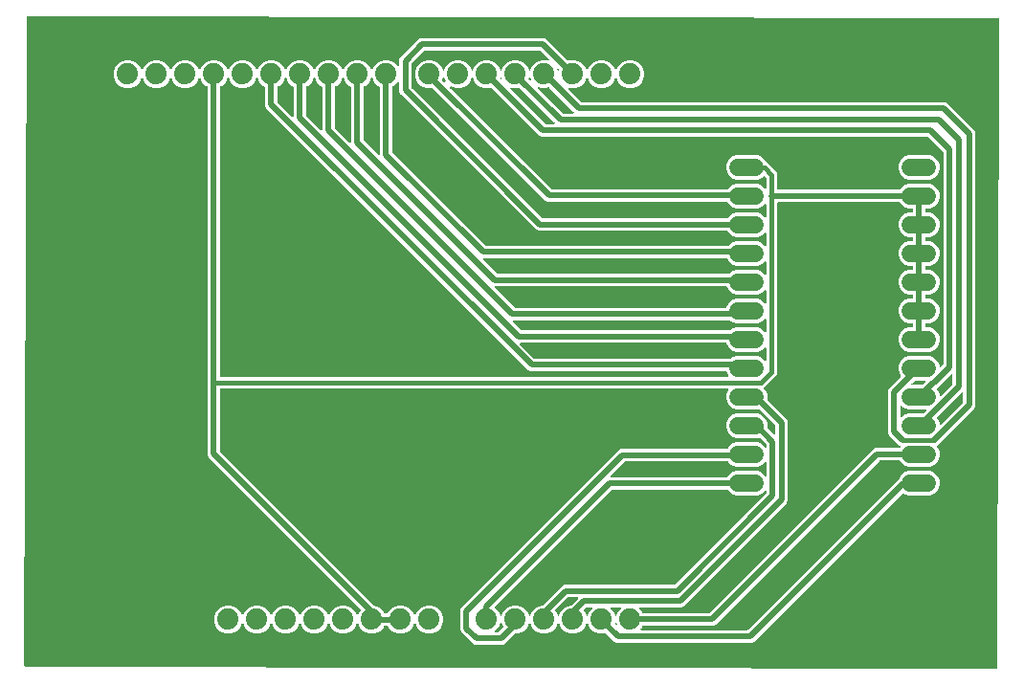
<source format=gbr>
G04 EAGLE Gerber RS-274X export*
G75*
%MOMM*%
%FSLAX34Y34*%
%LPD*%
%INBottom Copper*%
%IPPOS*%
%AMOC8*
5,1,8,0,0,1.08239X$1,22.5*%
G01*
G04 Define Apertures*
%ADD10C,1.524000*%
%ADD11C,1.879600*%
%ADD12C,0.500000*%
%ADD13C,0.508000*%
%ADD14C,0.400000*%
G36*
X921210Y96144D02*
X920913Y96085D01*
X61757Y98035D01*
X61482Y98087D01*
X61227Y98252D01*
X61056Y98502D01*
X60997Y98800D01*
X62923Y673056D01*
X62975Y673330D01*
X63139Y673585D01*
X63390Y673756D01*
X63687Y673815D01*
X922843Y671865D01*
X923118Y671813D01*
X923373Y671648D01*
X923544Y671398D01*
X923603Y671100D01*
X921677Y96844D01*
X921625Y96570D01*
X921461Y96315D01*
X921210Y96144D01*
G37*
%LPC*%
G36*
X459906Y117500D02*
X484094Y117500D01*
X486116Y118337D01*
X494857Y127079D01*
X495099Y127242D01*
X495396Y127302D01*
X497766Y127302D01*
X502323Y129190D01*
X505811Y132677D01*
X507296Y136263D01*
X507440Y136489D01*
X507686Y136666D01*
X507982Y136734D01*
X508280Y136680D01*
X508535Y136515D01*
X508704Y136263D01*
X510190Y132677D01*
X513677Y129190D01*
X518234Y127302D01*
X523166Y127302D01*
X527723Y129190D01*
X531211Y132677D01*
X532696Y136263D01*
X532840Y136489D01*
X533086Y136666D01*
X533382Y136734D01*
X533680Y136680D01*
X533935Y136515D01*
X534104Y136263D01*
X535590Y132677D01*
X539077Y129190D01*
X543634Y127302D01*
X548566Y127302D01*
X553123Y129190D01*
X556611Y132677D01*
X558096Y136263D01*
X558240Y136489D01*
X558486Y136666D01*
X558782Y136734D01*
X559080Y136680D01*
X559335Y136515D01*
X559504Y136263D01*
X560990Y132677D01*
X564477Y129190D01*
X569034Y127302D01*
X573966Y127302D01*
X574899Y127688D01*
X575179Y127746D01*
X575477Y127691D01*
X575730Y127523D01*
X583114Y120139D01*
X585135Y119302D01*
X704396Y119302D01*
X706418Y120139D01*
X837631Y251353D01*
X837861Y251511D01*
X838158Y251576D01*
X838456Y251520D01*
X838709Y251353D01*
X838764Y251297D01*
X842668Y249680D01*
X862132Y249680D01*
X866036Y251297D01*
X869023Y254284D01*
X870640Y258188D01*
X870640Y262412D01*
X869023Y266316D01*
X866036Y269303D01*
X862132Y270920D01*
X842668Y270920D01*
X838764Y269303D01*
X835777Y266316D01*
X834943Y264303D01*
X834778Y264056D01*
X701247Y130525D01*
X701005Y130362D01*
X700708Y130302D01*
X606875Y130302D01*
X606612Y130349D01*
X606354Y130508D01*
X606178Y130756D01*
X606113Y131052D01*
X606169Y131350D01*
X606336Y131603D01*
X607411Y132677D01*
X607846Y133730D01*
X608003Y133968D01*
X608253Y134140D01*
X608550Y134200D01*
X670294Y134200D01*
X672316Y135037D01*
X817255Y279977D01*
X817497Y280140D01*
X817794Y280200D01*
X835054Y280200D01*
X835334Y280147D01*
X835589Y279981D01*
X835758Y279730D01*
X835777Y279684D01*
X838764Y276697D01*
X842668Y275080D01*
X862132Y275080D01*
X866036Y276697D01*
X869023Y279684D01*
X870640Y283588D01*
X870640Y287812D01*
X869023Y291716D01*
X868390Y292349D01*
X868235Y292573D01*
X868167Y292869D01*
X868221Y293168D01*
X868386Y293422D01*
X868638Y293591D01*
X868990Y293737D01*
X901663Y326410D01*
X902500Y328432D01*
X902500Y570594D01*
X901663Y572616D01*
X877616Y596663D01*
X875594Y597500D01*
X554094Y597500D01*
X553808Y597556D01*
X553555Y597723D01*
X542489Y608790D01*
X542338Y609004D01*
X542266Y609298D01*
X542314Y609598D01*
X542476Y609854D01*
X542725Y610028D01*
X543021Y610090D01*
X543319Y610032D01*
X543634Y609902D01*
X548566Y609902D01*
X553123Y611790D01*
X556611Y615277D01*
X558096Y618863D01*
X558240Y619089D01*
X558486Y619266D01*
X558782Y619334D01*
X559080Y619280D01*
X559335Y619115D01*
X559504Y618863D01*
X560990Y615277D01*
X564477Y611790D01*
X569034Y609902D01*
X573966Y609902D01*
X578523Y611790D01*
X582011Y615277D01*
X583496Y618863D01*
X583640Y619089D01*
X583886Y619266D01*
X584182Y619334D01*
X584480Y619280D01*
X584735Y619115D01*
X584904Y618863D01*
X586390Y615277D01*
X589877Y611790D01*
X594434Y609902D01*
X599366Y609902D01*
X603923Y611790D01*
X607411Y615277D01*
X609298Y619834D01*
X609298Y624766D01*
X607411Y629323D01*
X603923Y632811D01*
X599366Y634698D01*
X594434Y634698D01*
X589877Y632811D01*
X586390Y629323D01*
X584904Y625737D01*
X584760Y625511D01*
X584514Y625334D01*
X584218Y625266D01*
X583920Y625320D01*
X583666Y625485D01*
X583496Y625737D01*
X582011Y629323D01*
X578523Y632811D01*
X573966Y634698D01*
X569034Y634698D01*
X564477Y632811D01*
X560990Y629323D01*
X559504Y625737D01*
X559360Y625511D01*
X559114Y625334D01*
X558818Y625266D01*
X558520Y625320D01*
X558266Y625485D01*
X558096Y625737D01*
X556611Y629323D01*
X553123Y632811D01*
X548566Y634698D01*
X543634Y634698D01*
X542581Y634262D01*
X542302Y634204D01*
X542004Y634260D01*
X541751Y634427D01*
X523016Y653163D01*
X520994Y654000D01*
X411406Y654000D01*
X409385Y653163D01*
X393337Y637116D01*
X392500Y635094D01*
X392500Y630173D01*
X392453Y629910D01*
X392294Y629652D01*
X392046Y629476D01*
X391750Y629411D01*
X391452Y629467D01*
X391199Y629634D01*
X388023Y632811D01*
X383466Y634698D01*
X378534Y634698D01*
X373977Y632811D01*
X370490Y629323D01*
X369004Y625737D01*
X368860Y625511D01*
X368614Y625334D01*
X368318Y625266D01*
X368020Y625320D01*
X367766Y625485D01*
X367596Y625737D01*
X366111Y629323D01*
X362623Y632811D01*
X358066Y634698D01*
X353134Y634698D01*
X348577Y632811D01*
X345090Y629323D01*
X343604Y625737D01*
X343460Y625511D01*
X343214Y625334D01*
X342918Y625266D01*
X342620Y625320D01*
X342366Y625485D01*
X342196Y625737D01*
X340711Y629323D01*
X337223Y632811D01*
X332666Y634698D01*
X327734Y634698D01*
X323177Y632811D01*
X319690Y629323D01*
X318204Y625737D01*
X318060Y625511D01*
X317814Y625334D01*
X317518Y625266D01*
X317220Y625320D01*
X316966Y625485D01*
X316796Y625737D01*
X315311Y629323D01*
X311823Y632811D01*
X307266Y634698D01*
X302334Y634698D01*
X297777Y632811D01*
X294290Y629323D01*
X292804Y625737D01*
X292660Y625511D01*
X292414Y625334D01*
X292118Y625266D01*
X291820Y625320D01*
X291566Y625485D01*
X291396Y625737D01*
X289911Y629323D01*
X286423Y632811D01*
X281866Y634698D01*
X276934Y634698D01*
X272377Y632811D01*
X268890Y629323D01*
X267404Y625737D01*
X267260Y625511D01*
X267014Y625334D01*
X266718Y625266D01*
X266420Y625320D01*
X266166Y625485D01*
X265996Y625737D01*
X264511Y629323D01*
X261023Y632811D01*
X256466Y634698D01*
X251534Y634698D01*
X246977Y632811D01*
X243490Y629323D01*
X242004Y625737D01*
X241860Y625511D01*
X241614Y625334D01*
X241318Y625266D01*
X241020Y625320D01*
X240766Y625485D01*
X240596Y625737D01*
X239111Y629323D01*
X235623Y632811D01*
X231066Y634698D01*
X226134Y634698D01*
X221577Y632811D01*
X218090Y629323D01*
X216604Y625737D01*
X216460Y625511D01*
X216214Y625334D01*
X215918Y625266D01*
X215620Y625320D01*
X215366Y625485D01*
X215196Y625737D01*
X213711Y629323D01*
X210223Y632811D01*
X205666Y634698D01*
X200734Y634698D01*
X196177Y632811D01*
X192690Y629323D01*
X191204Y625737D01*
X191060Y625511D01*
X190814Y625334D01*
X190518Y625266D01*
X190220Y625320D01*
X189966Y625485D01*
X189796Y625737D01*
X188311Y629323D01*
X184823Y632811D01*
X180266Y634698D01*
X175334Y634698D01*
X170777Y632811D01*
X167290Y629323D01*
X165804Y625737D01*
X165660Y625511D01*
X165414Y625334D01*
X165118Y625266D01*
X164820Y625320D01*
X164566Y625485D01*
X164396Y625737D01*
X162911Y629323D01*
X159423Y632811D01*
X154866Y634698D01*
X149934Y634698D01*
X145377Y632811D01*
X141890Y629323D01*
X140002Y624766D01*
X140002Y619834D01*
X141890Y615277D01*
X145377Y611790D01*
X149934Y609902D01*
X154866Y609902D01*
X159423Y611790D01*
X162911Y615277D01*
X164396Y618863D01*
X164540Y619089D01*
X164786Y619266D01*
X165082Y619334D01*
X165380Y619280D01*
X165635Y619115D01*
X165804Y618863D01*
X167290Y615277D01*
X170777Y611790D01*
X175334Y609902D01*
X180266Y609902D01*
X184823Y611790D01*
X188311Y615277D01*
X189796Y618863D01*
X189940Y619089D01*
X190186Y619266D01*
X190482Y619334D01*
X190780Y619280D01*
X191035Y619115D01*
X191204Y618863D01*
X192690Y615277D01*
X196177Y611790D01*
X200734Y609902D01*
X205666Y609902D01*
X210223Y611790D01*
X213711Y615277D01*
X215196Y618863D01*
X215340Y619089D01*
X215586Y619266D01*
X215882Y619334D01*
X216180Y619280D01*
X216435Y619115D01*
X216604Y618863D01*
X218090Y615277D01*
X221577Y611790D01*
X222530Y611395D01*
X222768Y611238D01*
X222940Y610988D01*
X223000Y610691D01*
X223000Y285406D01*
X223837Y283385D01*
X358605Y148616D01*
X358763Y148386D01*
X358829Y148090D01*
X358773Y147792D01*
X358605Y147539D01*
X357790Y146723D01*
X356304Y143137D01*
X356160Y142911D01*
X355914Y142734D01*
X355618Y142666D01*
X355320Y142720D01*
X355066Y142885D01*
X354896Y143137D01*
X353411Y146723D01*
X349923Y150211D01*
X345366Y152098D01*
X340434Y152098D01*
X335877Y150211D01*
X332390Y146723D01*
X330904Y143137D01*
X330760Y142911D01*
X330514Y142734D01*
X330218Y142666D01*
X329920Y142720D01*
X329666Y142885D01*
X329496Y143137D01*
X328011Y146723D01*
X324523Y150211D01*
X319966Y152098D01*
X315034Y152098D01*
X310477Y150211D01*
X306990Y146723D01*
X305504Y143137D01*
X305360Y142911D01*
X305114Y142734D01*
X304818Y142666D01*
X304520Y142720D01*
X304266Y142885D01*
X304096Y143137D01*
X302611Y146723D01*
X299123Y150211D01*
X294566Y152098D01*
X289634Y152098D01*
X285077Y150211D01*
X281590Y146723D01*
X280104Y143137D01*
X279960Y142911D01*
X279714Y142734D01*
X279418Y142666D01*
X279120Y142720D01*
X278866Y142885D01*
X278696Y143137D01*
X277211Y146723D01*
X273723Y150211D01*
X269166Y152098D01*
X264234Y152098D01*
X259677Y150211D01*
X256190Y146723D01*
X254704Y143137D01*
X254560Y142911D01*
X254314Y142734D01*
X254018Y142666D01*
X253720Y142720D01*
X253466Y142885D01*
X253296Y143137D01*
X251811Y146723D01*
X248323Y150211D01*
X243766Y152098D01*
X238834Y152098D01*
X234277Y150211D01*
X230790Y146723D01*
X228902Y142166D01*
X228902Y137234D01*
X230790Y132677D01*
X234277Y129190D01*
X238834Y127302D01*
X243766Y127302D01*
X248323Y129190D01*
X251811Y132677D01*
X253296Y136263D01*
X253440Y136489D01*
X253686Y136666D01*
X253982Y136734D01*
X254280Y136680D01*
X254535Y136515D01*
X254704Y136263D01*
X256190Y132677D01*
X259677Y129190D01*
X264234Y127302D01*
X269166Y127302D01*
X273723Y129190D01*
X277211Y132677D01*
X278696Y136263D01*
X278840Y136489D01*
X279086Y136666D01*
X279382Y136734D01*
X279680Y136680D01*
X279935Y136515D01*
X280104Y136263D01*
X281590Y132677D01*
X285077Y129190D01*
X289634Y127302D01*
X294566Y127302D01*
X299123Y129190D01*
X302611Y132677D01*
X304096Y136263D01*
X304240Y136489D01*
X304486Y136666D01*
X304782Y136734D01*
X305080Y136680D01*
X305335Y136515D01*
X305504Y136263D01*
X306990Y132677D01*
X310477Y129190D01*
X315034Y127302D01*
X319966Y127302D01*
X324523Y129190D01*
X328011Y132677D01*
X329496Y136263D01*
X329640Y136489D01*
X329886Y136666D01*
X330182Y136734D01*
X330480Y136680D01*
X330735Y136515D01*
X330904Y136263D01*
X332390Y132677D01*
X335877Y129190D01*
X340434Y127302D01*
X345366Y127302D01*
X349923Y129190D01*
X353411Y132677D01*
X354896Y136263D01*
X355040Y136489D01*
X355286Y136666D01*
X355582Y136734D01*
X355880Y136680D01*
X356135Y136515D01*
X356304Y136263D01*
X357790Y132677D01*
X361277Y129190D01*
X365834Y127302D01*
X370766Y127302D01*
X375323Y129190D01*
X378811Y132677D01*
X379164Y133530D01*
X379320Y133768D01*
X379570Y133940D01*
X379868Y134000D01*
X382132Y134000D01*
X382413Y133947D01*
X382667Y133781D01*
X382836Y133530D01*
X383190Y132677D01*
X386677Y129190D01*
X391234Y127302D01*
X396166Y127302D01*
X400723Y129190D01*
X404211Y132677D01*
X405696Y136263D01*
X405840Y136489D01*
X406086Y136666D01*
X406382Y136734D01*
X406680Y136680D01*
X406935Y136515D01*
X407104Y136263D01*
X408590Y132677D01*
X412077Y129190D01*
X416634Y127302D01*
X421566Y127302D01*
X426123Y129190D01*
X429611Y132677D01*
X431498Y137234D01*
X431498Y142166D01*
X429611Y146723D01*
X426123Y150211D01*
X421566Y152098D01*
X416634Y152098D01*
X412077Y150211D01*
X408590Y146723D01*
X407104Y143137D01*
X406960Y142911D01*
X406714Y142734D01*
X406418Y142666D01*
X406120Y142720D01*
X405866Y142885D01*
X405696Y143137D01*
X404211Y146723D01*
X400723Y150211D01*
X396166Y152098D01*
X391234Y152098D01*
X386677Y150211D01*
X383190Y146723D01*
X382671Y145470D01*
X382514Y145232D01*
X382264Y145060D01*
X381967Y145000D01*
X380033Y145000D01*
X379753Y145053D01*
X379499Y145219D01*
X379329Y145470D01*
X378811Y146723D01*
X375323Y150211D01*
X370759Y152101D01*
X370512Y152266D01*
X234223Y288555D01*
X234060Y288797D01*
X234000Y289094D01*
X234000Y343518D01*
X234051Y343793D01*
X234215Y344048D01*
X234465Y344220D01*
X234762Y344280D01*
X683301Y344280D01*
X683565Y344233D01*
X683823Y344074D01*
X683998Y343826D01*
X684063Y343530D01*
X684008Y343232D01*
X683840Y342979D01*
X683377Y342516D01*
X681760Y338612D01*
X681760Y334388D01*
X683377Y330484D01*
X686364Y327497D01*
X690268Y325880D01*
X709732Y325880D01*
X710400Y326157D01*
X710680Y326214D01*
X710978Y326159D01*
X711231Y325991D01*
X725277Y311945D01*
X725440Y311703D01*
X725500Y311406D01*
X725500Y304118D01*
X725453Y303854D01*
X725294Y303596D01*
X725046Y303421D01*
X724750Y303356D01*
X724452Y303411D01*
X724199Y303579D01*
X718463Y309315D01*
X718300Y309557D01*
X718240Y309854D01*
X718240Y313212D01*
X716623Y317116D01*
X713636Y320103D01*
X709732Y321720D01*
X690268Y321720D01*
X686364Y320103D01*
X683377Y317116D01*
X681760Y313212D01*
X681760Y308988D01*
X683377Y305084D01*
X686364Y302097D01*
X690268Y300480D01*
X709732Y300480D01*
X710683Y300874D01*
X710962Y300932D01*
X711261Y300876D01*
X711513Y300709D01*
X717277Y294945D01*
X717440Y294703D01*
X717500Y294406D01*
X717500Y292679D01*
X717453Y292415D01*
X717294Y292157D01*
X717046Y291982D01*
X716750Y291917D01*
X716452Y291972D01*
X716199Y292140D01*
X713636Y294703D01*
X709732Y296320D01*
X690268Y296320D01*
X686364Y294703D01*
X683377Y291716D01*
X683068Y290970D01*
X682911Y290732D01*
X682661Y290560D01*
X682364Y290500D01*
X588906Y290500D01*
X586885Y289663D01*
X447337Y150116D01*
X446500Y148094D01*
X446500Y130906D01*
X447337Y128885D01*
X457885Y118337D01*
X459906Y117500D01*
G37*
%LPD*%
G36*
X682951Y494460D02*
X682654Y494400D01*
X519694Y494400D01*
X519408Y494456D01*
X519155Y494623D01*
X403723Y610055D01*
X403560Y610297D01*
X403500Y610594D01*
X403500Y631406D01*
X403556Y631692D01*
X403723Y631945D01*
X414555Y642777D01*
X414797Y642940D01*
X415094Y643000D01*
X517306Y643000D01*
X517592Y642944D01*
X517845Y642777D01*
X525165Y635457D01*
X525316Y635243D01*
X525388Y634948D01*
X525339Y634649D01*
X525178Y634392D01*
X524929Y634219D01*
X524632Y634156D01*
X524335Y634214D01*
X523166Y634698D01*
X518234Y634698D01*
X513677Y632811D01*
X510190Y629323D01*
X508704Y625737D01*
X508560Y625511D01*
X508314Y625334D01*
X508018Y625266D01*
X507720Y625320D01*
X507466Y625485D01*
X507296Y625737D01*
X505811Y629323D01*
X502323Y632811D01*
X497766Y634698D01*
X492834Y634698D01*
X488277Y632811D01*
X484790Y629323D01*
X483304Y625737D01*
X483160Y625511D01*
X482914Y625334D01*
X482618Y625266D01*
X482320Y625320D01*
X482066Y625485D01*
X481896Y625737D01*
X480411Y629323D01*
X476923Y632811D01*
X472366Y634698D01*
X467434Y634698D01*
X462877Y632811D01*
X459390Y629323D01*
X457904Y625737D01*
X457760Y625511D01*
X457514Y625334D01*
X457218Y625266D01*
X456920Y625320D01*
X456666Y625485D01*
X456496Y625737D01*
X455011Y629323D01*
X451523Y632811D01*
X446966Y634698D01*
X442034Y634698D01*
X437477Y632811D01*
X433990Y629323D01*
X432504Y625737D01*
X432360Y625511D01*
X432114Y625334D01*
X431818Y625266D01*
X431520Y625320D01*
X431266Y625485D01*
X431096Y625737D01*
X429611Y629323D01*
X426123Y632811D01*
X421566Y634698D01*
X416634Y634698D01*
X412077Y632811D01*
X408590Y629323D01*
X406702Y624766D01*
X406702Y619834D01*
X408590Y615277D01*
X412077Y611790D01*
X416634Y609902D01*
X421566Y609902D01*
X421629Y609928D01*
X421908Y609986D01*
X422206Y609930D01*
X422459Y609763D01*
X521885Y510337D01*
X523906Y509500D01*
X682364Y509500D01*
X682644Y509447D01*
X682899Y509281D01*
X683068Y509030D01*
X683377Y508284D01*
X686364Y505297D01*
X690268Y503680D01*
X709732Y503680D01*
X713636Y505297D01*
X715939Y507600D01*
X716159Y507753D01*
X716454Y507823D01*
X716753Y507772D01*
X717008Y507609D01*
X717180Y507359D01*
X717240Y507061D01*
X717240Y496139D01*
X717193Y495875D01*
X717034Y495617D01*
X716786Y495442D01*
X716490Y495377D01*
X716192Y495432D01*
X715939Y495600D01*
X713636Y497903D01*
X709732Y499520D01*
X690268Y499520D01*
X686364Y497903D01*
X683377Y494916D01*
X683358Y494870D01*
X683201Y494632D01*
X682951Y494460D01*
G37*
G36*
X533714Y625334D02*
X533418Y625266D01*
X533120Y625320D01*
X532866Y625485D01*
X532696Y625737D01*
X532614Y625935D01*
X532557Y626190D01*
X532603Y626490D01*
X532762Y626748D01*
X533010Y626923D01*
X533306Y626988D01*
X533604Y626933D01*
X533857Y626765D01*
X533973Y626649D01*
X534133Y626413D01*
X534196Y626116D01*
X534138Y625819D01*
X534104Y625737D01*
X533960Y625511D01*
X533714Y625334D01*
G37*
G36*
X683439Y354340D02*
X683141Y354280D01*
X234762Y354280D01*
X234487Y354331D01*
X234232Y354495D01*
X234060Y354745D01*
X234000Y355042D01*
X234000Y610608D01*
X234053Y610888D01*
X234219Y611143D01*
X234470Y611312D01*
X235623Y611790D01*
X239111Y615277D01*
X240596Y618863D01*
X240740Y619089D01*
X240986Y619266D01*
X241282Y619334D01*
X241580Y619280D01*
X241835Y619115D01*
X242004Y618863D01*
X243490Y615277D01*
X246977Y611790D01*
X251534Y609902D01*
X256466Y609902D01*
X261023Y611790D01*
X264511Y615277D01*
X265996Y618863D01*
X266140Y619089D01*
X266386Y619266D01*
X266682Y619334D01*
X266980Y619280D01*
X267235Y619115D01*
X267404Y618863D01*
X268890Y615277D01*
X272377Y611790D01*
X273430Y611354D01*
X273668Y611197D01*
X273840Y610947D01*
X273900Y610650D01*
X273900Y594506D01*
X274737Y592485D01*
X506885Y360337D01*
X508906Y359500D01*
X681370Y359500D01*
X681650Y359447D01*
X681904Y359281D01*
X682074Y359030D01*
X683377Y355884D01*
X683680Y355581D01*
X683833Y355361D01*
X683903Y355066D01*
X683852Y354767D01*
X683689Y354512D01*
X683439Y354340D01*
G37*
G36*
X298846Y584621D02*
X298550Y584556D01*
X298252Y584611D01*
X297999Y584779D01*
X285123Y597655D01*
X284960Y597897D01*
X284900Y598194D01*
X284900Y610650D01*
X284953Y610930D01*
X285119Y611184D01*
X285370Y611354D01*
X286423Y611790D01*
X289911Y615277D01*
X291396Y618863D01*
X291540Y619089D01*
X291786Y619266D01*
X292082Y619334D01*
X292380Y619280D01*
X292635Y619115D01*
X292804Y618863D01*
X294290Y615277D01*
X297777Y611790D01*
X298830Y611354D01*
X299068Y611197D01*
X299240Y610947D01*
X299300Y610650D01*
X299300Y585318D01*
X299253Y585054D01*
X299094Y584796D01*
X298846Y584621D01*
G37*
G36*
X324046Y572921D02*
X323750Y572856D01*
X323452Y572911D01*
X323199Y573079D01*
X310523Y585755D01*
X310360Y585997D01*
X310300Y586294D01*
X310300Y610650D01*
X310353Y610930D01*
X310519Y611184D01*
X310770Y611354D01*
X311823Y611790D01*
X315311Y615277D01*
X316796Y618863D01*
X316940Y619089D01*
X317186Y619266D01*
X317482Y619334D01*
X317780Y619280D01*
X318035Y619115D01*
X318204Y618863D01*
X319690Y615277D01*
X323177Y611790D01*
X324030Y611436D01*
X324268Y611280D01*
X324440Y611030D01*
X324500Y610732D01*
X324500Y573618D01*
X324453Y573354D01*
X324294Y573096D01*
X324046Y572921D01*
G37*
G36*
X349646Y561321D02*
X349350Y561256D01*
X349052Y561311D01*
X348799Y561479D01*
X335723Y574555D01*
X335560Y574797D01*
X335500Y575094D01*
X335500Y610567D01*
X335553Y610847D01*
X335719Y611101D01*
X335970Y611271D01*
X337223Y611790D01*
X340711Y615277D01*
X342196Y618863D01*
X342340Y619089D01*
X342586Y619266D01*
X342882Y619334D01*
X343180Y619280D01*
X343435Y619115D01*
X343604Y618863D01*
X345090Y615277D01*
X348577Y611790D01*
X349630Y611354D01*
X349868Y611197D01*
X350040Y610947D01*
X350100Y610650D01*
X350100Y562018D01*
X350053Y561754D01*
X349894Y561496D01*
X349646Y561321D01*
G37*
G36*
X666903Y145260D02*
X666606Y145200D01*
X608550Y145200D01*
X608270Y145253D01*
X608016Y145419D01*
X607846Y145670D01*
X607411Y146723D01*
X604836Y149297D01*
X604683Y149517D01*
X604613Y149812D01*
X604664Y150111D01*
X604828Y150366D01*
X605078Y150538D01*
X605375Y150598D01*
X642192Y150598D01*
X644214Y151435D01*
X735663Y242885D01*
X736500Y244906D01*
X736500Y315094D01*
X735663Y317116D01*
X718463Y334315D01*
X718300Y334557D01*
X718240Y334854D01*
X718240Y338612D01*
X716623Y342516D01*
X715428Y343711D01*
X715270Y343942D01*
X715204Y344238D01*
X715260Y344536D01*
X715428Y344789D01*
X727240Y356602D01*
X727240Y508038D01*
X727291Y508313D01*
X727455Y508568D01*
X727705Y508740D01*
X728002Y508800D01*
X835054Y508800D01*
X835334Y508747D01*
X835589Y508581D01*
X835758Y508330D01*
X835777Y508284D01*
X838764Y505297D01*
X842668Y503680D01*
X846138Y503680D01*
X846413Y503629D01*
X846668Y503465D01*
X846840Y503215D01*
X846900Y502918D01*
X846900Y500282D01*
X846849Y500007D01*
X846685Y499752D01*
X846435Y499580D01*
X846138Y499520D01*
X842668Y499520D01*
X838764Y497903D01*
X835777Y494916D01*
X834160Y491012D01*
X834160Y486788D01*
X835777Y482884D01*
X838764Y479897D01*
X842668Y478280D01*
X846138Y478280D01*
X846413Y478229D01*
X846668Y478065D01*
X846840Y477815D01*
X846900Y477518D01*
X846900Y474882D01*
X846849Y474607D01*
X846685Y474352D01*
X846435Y474180D01*
X846138Y474120D01*
X842668Y474120D01*
X838764Y472503D01*
X835777Y469516D01*
X834160Y465612D01*
X834160Y461388D01*
X835777Y457484D01*
X838764Y454497D01*
X842668Y452880D01*
X846138Y452880D01*
X846413Y452829D01*
X846668Y452665D01*
X846840Y452415D01*
X846900Y452118D01*
X846900Y449482D01*
X846849Y449207D01*
X846685Y448952D01*
X846435Y448780D01*
X846138Y448720D01*
X842668Y448720D01*
X838764Y447103D01*
X835777Y444116D01*
X834160Y440212D01*
X834160Y435988D01*
X835777Y432084D01*
X838764Y429097D01*
X842668Y427480D01*
X846138Y427480D01*
X846413Y427429D01*
X846668Y427265D01*
X846840Y427015D01*
X846900Y426718D01*
X846900Y424082D01*
X846849Y423807D01*
X846685Y423552D01*
X846435Y423380D01*
X846138Y423320D01*
X842668Y423320D01*
X838764Y421703D01*
X835777Y418716D01*
X834160Y414812D01*
X834160Y410588D01*
X835777Y406684D01*
X838764Y403697D01*
X842668Y402080D01*
X846138Y402080D01*
X846413Y402029D01*
X846668Y401865D01*
X846840Y401615D01*
X846900Y401318D01*
X846900Y398682D01*
X846849Y398407D01*
X846685Y398152D01*
X846435Y397980D01*
X846138Y397920D01*
X842668Y397920D01*
X838764Y396303D01*
X835777Y393316D01*
X834160Y389412D01*
X834160Y385188D01*
X835777Y381284D01*
X838764Y378297D01*
X842668Y376680D01*
X862132Y376680D01*
X866036Y378297D01*
X869023Y381284D01*
X870640Y385188D01*
X870640Y389412D01*
X869023Y393316D01*
X866036Y396303D01*
X862132Y397920D01*
X858662Y397920D01*
X858387Y397971D01*
X858132Y398135D01*
X857960Y398385D01*
X857900Y398682D01*
X857900Y401318D01*
X857951Y401593D01*
X858115Y401848D01*
X858365Y402020D01*
X858662Y402080D01*
X862132Y402080D01*
X866036Y403697D01*
X869023Y406684D01*
X870640Y410588D01*
X870640Y414812D01*
X869023Y418716D01*
X866036Y421703D01*
X862132Y423320D01*
X858662Y423320D01*
X858387Y423371D01*
X858132Y423535D01*
X857960Y423785D01*
X857900Y424082D01*
X857900Y426718D01*
X857951Y426993D01*
X858115Y427248D01*
X858365Y427420D01*
X858662Y427480D01*
X862132Y427480D01*
X866036Y429097D01*
X869023Y432084D01*
X870640Y435988D01*
X870640Y440212D01*
X869023Y444116D01*
X866036Y447103D01*
X862132Y448720D01*
X858662Y448720D01*
X858387Y448771D01*
X858132Y448935D01*
X857960Y449185D01*
X857900Y449482D01*
X857900Y452118D01*
X857951Y452393D01*
X858115Y452648D01*
X858365Y452820D01*
X858662Y452880D01*
X862132Y452880D01*
X866036Y454497D01*
X869023Y457484D01*
X870640Y461388D01*
X870640Y465612D01*
X869023Y469516D01*
X866036Y472503D01*
X862132Y474120D01*
X858662Y474120D01*
X858387Y474171D01*
X858132Y474335D01*
X857960Y474585D01*
X857900Y474882D01*
X857900Y477518D01*
X857951Y477793D01*
X858115Y478048D01*
X858365Y478220D01*
X858662Y478280D01*
X862132Y478280D01*
X866036Y479897D01*
X869023Y482884D01*
X870640Y486788D01*
X870640Y491012D01*
X869023Y494916D01*
X866036Y497903D01*
X862132Y499520D01*
X858662Y499520D01*
X858387Y499571D01*
X858132Y499735D01*
X857960Y499985D01*
X857900Y500282D01*
X857900Y502918D01*
X857951Y503193D01*
X858115Y503448D01*
X858365Y503620D01*
X858662Y503680D01*
X862132Y503680D01*
X866036Y505297D01*
X869023Y508284D01*
X870640Y512188D01*
X870640Y516412D01*
X869023Y520316D01*
X866036Y523303D01*
X862132Y524920D01*
X842668Y524920D01*
X838764Y523303D01*
X835777Y520316D01*
X835758Y520270D01*
X835601Y520032D01*
X835351Y519860D01*
X835054Y519800D01*
X728002Y519800D01*
X727727Y519851D01*
X727472Y520015D01*
X727300Y520265D01*
X727240Y520562D01*
X727240Y535099D01*
X717639Y544700D01*
X717553Y544700D01*
X717273Y544753D01*
X717019Y544919D01*
X716849Y545170D01*
X716623Y545716D01*
X713636Y548703D01*
X709732Y550320D01*
X690268Y550320D01*
X686364Y548703D01*
X683377Y545716D01*
X681760Y541812D01*
X681760Y537588D01*
X683377Y533684D01*
X686364Y530697D01*
X690268Y529080D01*
X709732Y529080D01*
X713636Y530697D01*
X715029Y532090D01*
X715259Y532248D01*
X715556Y532313D01*
X715854Y532257D01*
X716106Y532090D01*
X717017Y531180D01*
X717180Y530938D01*
X717240Y530641D01*
X717240Y521539D01*
X717193Y521275D01*
X717034Y521017D01*
X716786Y520842D01*
X716490Y520777D01*
X716192Y520832D01*
X715939Y521000D01*
X713636Y523303D01*
X709732Y524920D01*
X690268Y524920D01*
X686364Y523303D01*
X683784Y520723D01*
X683543Y520560D01*
X683245Y520500D01*
X527594Y520500D01*
X527308Y520556D01*
X527055Y520723D01*
X437645Y610133D01*
X437495Y610347D01*
X437422Y610642D01*
X437471Y610941D01*
X437632Y611198D01*
X437881Y611371D01*
X438178Y611434D01*
X438475Y611376D01*
X442034Y609902D01*
X446966Y609902D01*
X451523Y611790D01*
X455011Y615277D01*
X456496Y618863D01*
X456640Y619089D01*
X456886Y619266D01*
X457182Y619334D01*
X457480Y619280D01*
X457735Y619115D01*
X457904Y618863D01*
X459390Y615277D01*
X462877Y611790D01*
X467434Y609902D01*
X472366Y609902D01*
X473379Y610321D01*
X473658Y610379D01*
X473956Y610324D01*
X474209Y610156D01*
X516562Y567803D01*
X518598Y566960D01*
X859946Y566960D01*
X860232Y566904D01*
X860485Y566737D01*
X873777Y553445D01*
X873940Y553203D01*
X874000Y552906D01*
X874000Y365419D01*
X873944Y365133D01*
X873777Y364880D01*
X871941Y363044D01*
X871721Y362891D01*
X871426Y362822D01*
X871127Y362873D01*
X870872Y363036D01*
X870700Y363286D01*
X870640Y363583D01*
X870640Y364012D01*
X869023Y367916D01*
X866036Y370903D01*
X862132Y372520D01*
X842668Y372520D01*
X838764Y370903D01*
X835777Y367916D01*
X834160Y364012D01*
X834160Y359788D01*
X835777Y355884D01*
X836209Y355452D01*
X836367Y355222D01*
X836432Y354926D01*
X836376Y354627D01*
X836209Y354375D01*
X825803Y343969D01*
X824960Y341933D01*
X824960Y304898D01*
X825803Y302862D01*
X834962Y293703D01*
X835890Y293319D01*
X836120Y293171D01*
X836295Y292923D01*
X836360Y292627D01*
X836305Y292329D01*
X836137Y292076D01*
X835777Y291716D01*
X835758Y291670D01*
X835601Y291432D01*
X835351Y291260D01*
X835054Y291200D01*
X814106Y291200D01*
X812085Y290363D01*
X667145Y145423D01*
X666903Y145260D01*
G37*
%LPC*%
G36*
X842668Y529080D02*
X862132Y529080D01*
X866036Y530697D01*
X869023Y533684D01*
X870640Y537588D01*
X870640Y541812D01*
X869023Y545716D01*
X866036Y548703D01*
X862132Y550320D01*
X842668Y550320D01*
X838764Y548703D01*
X835777Y545716D01*
X834160Y541812D01*
X834160Y537588D01*
X835777Y533684D01*
X838764Y530697D01*
X842668Y529080D01*
G37*
%LPD*%
G36*
X375046Y550921D02*
X374750Y550856D01*
X374452Y550911D01*
X374199Y551079D01*
X361323Y563955D01*
X361160Y564197D01*
X361100Y564494D01*
X361100Y610650D01*
X361153Y610930D01*
X361319Y611184D01*
X361570Y611354D01*
X362623Y611790D01*
X366111Y615277D01*
X367596Y618863D01*
X367740Y619089D01*
X367986Y619266D01*
X368282Y619334D01*
X368580Y619280D01*
X368835Y619115D01*
X369004Y618863D01*
X370490Y615277D01*
X373977Y611790D01*
X375030Y611354D01*
X375268Y611197D01*
X375440Y610947D01*
X375500Y610650D01*
X375500Y551618D01*
X375453Y551354D01*
X375294Y551096D01*
X375046Y550921D01*
G37*
G36*
X482950Y617774D02*
X482654Y617708D01*
X482356Y617764D01*
X482103Y617932D01*
X482044Y617991D01*
X481883Y618227D01*
X481821Y618524D01*
X481879Y618821D01*
X481896Y618863D01*
X482040Y619089D01*
X482286Y619266D01*
X482582Y619334D01*
X482880Y619280D01*
X483135Y619115D01*
X483304Y618863D01*
X483346Y618762D01*
X483403Y618507D01*
X483357Y618207D01*
X483198Y617949D01*
X482950Y617774D01*
G37*
G36*
X508704Y616920D02*
X508408Y616855D01*
X508110Y616910D01*
X507857Y617078D01*
X507297Y617637D01*
X507137Y617873D01*
X507074Y618170D01*
X507132Y618468D01*
X507296Y618863D01*
X507440Y619089D01*
X507686Y619266D01*
X507982Y619334D01*
X508280Y619280D01*
X508535Y619115D01*
X508704Y618863D01*
X509100Y617908D01*
X509157Y617653D01*
X509111Y617353D01*
X508951Y617095D01*
X508704Y616920D01*
G37*
G36*
X433180Y615287D02*
X432884Y615222D01*
X432586Y615277D01*
X432333Y615445D01*
X430817Y616961D01*
X430657Y617197D01*
X430594Y617494D01*
X430652Y617791D01*
X431096Y618863D01*
X431240Y619089D01*
X431486Y619266D01*
X431782Y619334D01*
X432080Y619280D01*
X432335Y619115D01*
X432504Y618863D01*
X433576Y616275D01*
X433633Y616020D01*
X433587Y615720D01*
X433428Y615462D01*
X433180Y615287D01*
G37*
G36*
X716786Y470042D02*
X716490Y469977D01*
X716192Y470032D01*
X715939Y470200D01*
X713636Y472503D01*
X709732Y474120D01*
X690268Y474120D01*
X686364Y472503D01*
X684584Y470723D01*
X684343Y470560D01*
X684045Y470500D01*
X469594Y470500D01*
X469308Y470556D01*
X469055Y470723D01*
X386723Y553055D01*
X386560Y553297D01*
X386500Y553594D01*
X386500Y610650D01*
X386553Y610930D01*
X386719Y611184D01*
X386970Y611354D01*
X388023Y611790D01*
X391199Y614966D01*
X391419Y615119D01*
X391714Y615189D01*
X392013Y615138D01*
X392268Y614974D01*
X392440Y614724D01*
X392500Y614427D01*
X392500Y606906D01*
X393337Y604885D01*
X513985Y484237D01*
X516006Y483400D01*
X682654Y483400D01*
X682934Y483347D01*
X683189Y483181D01*
X683358Y482930D01*
X683377Y482884D01*
X686364Y479897D01*
X690268Y478280D01*
X709732Y478280D01*
X713636Y479897D01*
X715939Y482200D01*
X716159Y482353D01*
X716454Y482423D01*
X716753Y482372D01*
X717008Y482209D01*
X717180Y481959D01*
X717240Y481661D01*
X717240Y470739D01*
X717193Y470475D01*
X717034Y470217D01*
X716786Y470042D01*
G37*
G36*
X546737Y587502D02*
X546440Y587442D01*
X537808Y587442D01*
X537522Y587498D01*
X537270Y587665D01*
X515478Y609457D01*
X515328Y609671D01*
X515255Y609965D01*
X515304Y610265D01*
X515465Y610521D01*
X515714Y610695D01*
X516011Y610758D01*
X516308Y610700D01*
X518234Y609902D01*
X523166Y609902D01*
X524572Y610484D01*
X524852Y610542D01*
X525150Y610487D01*
X525403Y610319D01*
X546979Y588743D01*
X547132Y588523D01*
X547202Y588228D01*
X547151Y587929D01*
X546988Y587674D01*
X546737Y587502D01*
G37*
G36*
X529683Y578100D02*
X529386Y578040D01*
X522310Y578040D01*
X522024Y578096D01*
X521772Y578263D01*
X490932Y609103D01*
X490781Y609317D01*
X490709Y609612D01*
X490757Y609911D01*
X490919Y610168D01*
X491168Y610341D01*
X491464Y610404D01*
X491762Y610346D01*
X492834Y609902D01*
X497766Y609902D01*
X498425Y610175D01*
X498705Y610233D01*
X499003Y610177D01*
X499256Y610010D01*
X529924Y579341D01*
X530077Y579121D01*
X530147Y578826D01*
X530096Y578527D01*
X529933Y578272D01*
X529683Y578100D01*
G37*
G36*
X716786Y444642D02*
X716490Y444577D01*
X716192Y444632D01*
X715939Y444800D01*
X713636Y447103D01*
X709732Y448720D01*
X690268Y448720D01*
X686364Y447103D01*
X684984Y445723D01*
X684743Y445560D01*
X684445Y445500D01*
X480094Y445500D01*
X479808Y445556D01*
X479555Y445723D01*
X467079Y458199D01*
X466926Y458419D01*
X466856Y458714D01*
X466907Y459013D01*
X467070Y459268D01*
X467321Y459440D01*
X467618Y459500D01*
X682033Y459500D01*
X682313Y459447D01*
X682567Y459281D01*
X682737Y459030D01*
X683377Y457484D01*
X686364Y454497D01*
X690268Y452880D01*
X709732Y452880D01*
X713636Y454497D01*
X715939Y456800D01*
X716159Y456953D01*
X716454Y457023D01*
X716753Y456972D01*
X717008Y456809D01*
X717180Y456559D01*
X717240Y456261D01*
X717240Y445339D01*
X717193Y445075D01*
X717034Y444817D01*
X716786Y444642D01*
G37*
G36*
X681833Y415560D02*
X681536Y415500D01*
X495094Y415500D01*
X494808Y415556D01*
X494555Y415723D01*
X477079Y433199D01*
X476926Y433419D01*
X476856Y433714D01*
X476907Y434013D01*
X477070Y434268D01*
X477321Y434440D01*
X477618Y434500D01*
X681867Y434500D01*
X682147Y434447D01*
X682402Y434281D01*
X682571Y434030D01*
X683377Y432084D01*
X686364Y429097D01*
X690268Y427480D01*
X709732Y427480D01*
X713636Y429097D01*
X715939Y431400D01*
X716159Y431553D01*
X716454Y431623D01*
X716753Y431572D01*
X717008Y431409D01*
X717180Y431159D01*
X717240Y430861D01*
X717240Y419939D01*
X717193Y419675D01*
X717034Y419417D01*
X716786Y419242D01*
X716490Y419177D01*
X716192Y419232D01*
X715939Y419400D01*
X713636Y421703D01*
X709732Y423320D01*
X690268Y423320D01*
X686364Y421703D01*
X683377Y418716D01*
X682240Y415970D01*
X682083Y415732D01*
X681833Y415560D01*
G37*
G36*
X716786Y393842D02*
X716490Y393777D01*
X716192Y393832D01*
X715939Y394000D01*
X713636Y396303D01*
X709732Y397920D01*
X690268Y397920D01*
X686364Y396303D01*
X685784Y395723D01*
X685543Y395560D01*
X685245Y395500D01*
X501094Y395500D01*
X500808Y395556D01*
X500555Y395723D01*
X493079Y403199D01*
X492926Y403419D01*
X492856Y403714D01*
X492907Y404013D01*
X493070Y404268D01*
X493321Y404440D01*
X493618Y404500D01*
X685245Y404500D01*
X685531Y404444D01*
X685784Y404277D01*
X686364Y403697D01*
X690268Y402080D01*
X709732Y402080D01*
X713636Y403697D01*
X715939Y406000D01*
X716159Y406153D01*
X716454Y406223D01*
X716753Y406172D01*
X717008Y406009D01*
X717180Y405759D01*
X717240Y405461D01*
X717240Y394539D01*
X717193Y394275D01*
X717034Y394017D01*
X716786Y393842D01*
G37*
G36*
X716786Y368442D02*
X716490Y368377D01*
X716192Y368432D01*
X715939Y368600D01*
X713636Y370903D01*
X709732Y372520D01*
X690268Y372520D01*
X686364Y370903D01*
X686184Y370723D01*
X685943Y370560D01*
X685645Y370500D01*
X512594Y370500D01*
X512308Y370556D01*
X512055Y370723D01*
X499579Y383199D01*
X499426Y383419D01*
X499356Y383714D01*
X499407Y384013D01*
X499570Y384268D01*
X499821Y384440D01*
X500118Y384500D01*
X681536Y384500D01*
X681816Y384447D01*
X682070Y384281D01*
X682240Y384030D01*
X683377Y381284D01*
X686364Y378297D01*
X690268Y376680D01*
X709732Y376680D01*
X713636Y378297D01*
X715939Y380600D01*
X716159Y380753D01*
X716454Y380823D01*
X716753Y380772D01*
X717008Y380609D01*
X717180Y380359D01*
X717240Y380061D01*
X717240Y369139D01*
X717193Y368875D01*
X717034Y368617D01*
X716786Y368442D01*
G37*
G36*
X871721Y337491D02*
X871426Y337422D01*
X871127Y337473D01*
X870872Y337636D01*
X870700Y337886D01*
X870640Y338183D01*
X870640Y338612D01*
X869023Y342516D01*
X868535Y343004D01*
X868377Y343235D01*
X868312Y343531D01*
X868367Y343829D01*
X868535Y344082D01*
X880699Y356247D01*
X880919Y356400D01*
X881214Y356469D01*
X881513Y356419D01*
X881768Y356255D01*
X881940Y356005D01*
X882000Y355708D01*
X882000Y348019D01*
X881944Y347733D01*
X881777Y347480D01*
X871941Y337644D01*
X871721Y337491D01*
G37*
G36*
X855223Y347180D02*
X854926Y347120D01*
X846463Y347120D01*
X846200Y347167D01*
X845942Y347326D01*
X845766Y347574D01*
X845701Y347870D01*
X845757Y348168D01*
X845924Y348421D01*
X848560Y351057D01*
X848802Y351220D01*
X849099Y351280D01*
X857562Y351280D01*
X857826Y351233D01*
X858084Y351074D01*
X858259Y350826D01*
X858324Y350530D01*
X858269Y350232D01*
X858101Y349979D01*
X855465Y347343D01*
X855223Y347180D01*
G37*
G36*
X871721Y312091D02*
X871426Y312022D01*
X871127Y312073D01*
X870872Y312236D01*
X870700Y312486D01*
X870640Y312783D01*
X870640Y313212D01*
X869023Y317116D01*
X868535Y317604D01*
X868377Y317835D01*
X868312Y318131D01*
X868367Y318429D01*
X868535Y318682D01*
X890199Y340347D01*
X890419Y340500D01*
X890714Y340569D01*
X891013Y340519D01*
X891268Y340355D01*
X891440Y340105D01*
X891500Y339808D01*
X891500Y332119D01*
X891444Y331833D01*
X891277Y331580D01*
X871941Y312244D01*
X871721Y312091D01*
G37*
G36*
X837121Y318527D02*
X836826Y318457D01*
X836527Y318508D01*
X836272Y318671D01*
X836100Y318921D01*
X836040Y319219D01*
X836040Y328381D01*
X836087Y328645D01*
X836246Y328903D01*
X836494Y329078D01*
X836790Y329143D01*
X837088Y329088D01*
X837341Y328920D01*
X838764Y327497D01*
X842668Y325880D01*
X858337Y325880D01*
X858600Y325833D01*
X858858Y325674D01*
X859034Y325426D01*
X859099Y325130D01*
X859043Y324832D01*
X858876Y324579D01*
X856240Y321943D01*
X855998Y321780D01*
X855701Y321720D01*
X842668Y321720D01*
X838764Y320103D01*
X837341Y318680D01*
X837121Y318527D01*
G37*
G36*
X682827Y265560D02*
X682530Y265500D01*
X580118Y265500D01*
X579854Y265547D01*
X579596Y265706D01*
X579421Y265954D01*
X579356Y266250D01*
X579411Y266548D01*
X579579Y266801D01*
X592055Y279277D01*
X592297Y279440D01*
X592594Y279500D01*
X683245Y279500D01*
X683531Y279444D01*
X683784Y279277D01*
X686364Y276697D01*
X690268Y275080D01*
X709732Y275080D01*
X713636Y276697D01*
X716199Y279260D01*
X716419Y279413D01*
X716714Y279483D01*
X717013Y279432D01*
X717268Y279269D01*
X717440Y279019D01*
X717500Y278721D01*
X717500Y267279D01*
X717453Y267015D01*
X717294Y266757D01*
X717046Y266582D01*
X716750Y266517D01*
X716452Y266572D01*
X716199Y266740D01*
X713636Y269303D01*
X709732Y270920D01*
X690268Y270920D01*
X686364Y269303D01*
X683377Y266316D01*
X683234Y265970D01*
X683077Y265732D01*
X682827Y265560D01*
G37*
G36*
X508314Y142734D02*
X508018Y142666D01*
X507720Y142720D01*
X507466Y142885D01*
X507296Y143137D01*
X505811Y146723D01*
X502323Y150211D01*
X497766Y152098D01*
X492834Y152098D01*
X488277Y150211D01*
X484790Y146723D01*
X483304Y143137D01*
X483160Y142911D01*
X482914Y142734D01*
X482618Y142666D01*
X482320Y142720D01*
X482066Y142885D01*
X481896Y143137D01*
X480411Y146723D01*
X477345Y149789D01*
X477187Y150019D01*
X477122Y150315D01*
X477177Y150614D01*
X477345Y150866D01*
X580755Y254277D01*
X580997Y254440D01*
X581294Y254500D01*
X682845Y254500D01*
X683131Y254444D01*
X683384Y254277D01*
X686364Y251297D01*
X690268Y249680D01*
X709732Y249680D01*
X713636Y251297D01*
X716199Y253860D01*
X716419Y254013D01*
X716714Y254083D01*
X717013Y254032D01*
X717268Y253869D01*
X717440Y253619D01*
X717500Y253321D01*
X717500Y252094D01*
X717444Y251808D01*
X717277Y251555D01*
X636445Y170723D01*
X636203Y170560D01*
X635906Y170500D01*
X538906Y170500D01*
X536885Y169663D01*
X519543Y152321D01*
X519301Y152158D01*
X519004Y152098D01*
X518234Y152098D01*
X513677Y150211D01*
X510190Y146723D01*
X508704Y143137D01*
X508560Y142911D01*
X508314Y142734D01*
G37*
G36*
X533714Y142734D02*
X533418Y142666D01*
X533120Y142720D01*
X532866Y142885D01*
X532696Y143137D01*
X531211Y146723D01*
X530895Y147039D01*
X530737Y147269D01*
X530672Y147565D01*
X530727Y147864D01*
X530895Y148116D01*
X542055Y159277D01*
X542297Y159440D01*
X542594Y159500D01*
X549882Y159500D01*
X550146Y159453D01*
X550404Y159294D01*
X550579Y159046D01*
X550644Y158750D01*
X550589Y158452D01*
X550421Y158199D01*
X544543Y152321D01*
X544301Y152158D01*
X544004Y152098D01*
X543634Y152098D01*
X539077Y150211D01*
X535590Y146723D01*
X534104Y143137D01*
X533960Y142911D01*
X533714Y142734D01*
G37*
G36*
X559114Y142734D02*
X558818Y142666D01*
X558520Y142720D01*
X558266Y142885D01*
X558096Y143137D01*
X556611Y146723D01*
X556095Y147239D01*
X555937Y147469D01*
X555872Y147765D01*
X555927Y148064D01*
X556095Y148316D01*
X558153Y150375D01*
X558395Y150538D01*
X558692Y150598D01*
X563025Y150598D01*
X563288Y150551D01*
X563546Y150392D01*
X563722Y150144D01*
X563787Y149848D01*
X563731Y149550D01*
X563564Y149297D01*
X560990Y146723D01*
X559504Y143137D01*
X559360Y142911D01*
X559114Y142734D01*
G37*
G36*
X584514Y142734D02*
X584218Y142666D01*
X583920Y142720D01*
X583666Y142885D01*
X583496Y143137D01*
X582011Y146723D01*
X579436Y149297D01*
X579283Y149517D01*
X579213Y149812D01*
X579264Y150111D01*
X579428Y150366D01*
X579678Y150538D01*
X579975Y150598D01*
X588425Y150598D01*
X588688Y150551D01*
X588946Y150392D01*
X589122Y150144D01*
X589187Y149848D01*
X589131Y149550D01*
X588964Y149297D01*
X586390Y146723D01*
X584904Y143137D01*
X584760Y142911D01*
X584514Y142734D01*
G37*
G36*
X584710Y134788D02*
X584414Y134723D01*
X584116Y134779D01*
X583863Y134946D01*
X583578Y135231D01*
X583417Y135467D01*
X583355Y135764D01*
X583413Y136062D01*
X583496Y136263D01*
X583640Y136489D01*
X583886Y136666D01*
X584182Y136734D01*
X584480Y136680D01*
X584735Y136515D01*
X584904Y136263D01*
X585106Y135777D01*
X585163Y135522D01*
X585117Y135222D01*
X584957Y134964D01*
X584710Y134788D01*
G37*
G36*
X480703Y128560D02*
X480406Y128500D01*
X478073Y128500D01*
X477810Y128547D01*
X477552Y128706D01*
X477376Y128954D01*
X477311Y129250D01*
X477367Y129548D01*
X477534Y129801D01*
X480411Y132677D01*
X481896Y136263D01*
X482040Y136489D01*
X482286Y136666D01*
X482582Y136734D01*
X482880Y136680D01*
X483135Y136515D01*
X483304Y136263D01*
X484627Y133070D01*
X484685Y132791D01*
X484629Y132493D01*
X484462Y132240D01*
X480945Y128723D01*
X480703Y128560D01*
G37*
D10*
X844780Y539700D02*
X860020Y539700D01*
X860020Y514300D02*
X844780Y514300D01*
X844780Y488900D02*
X860020Y488900D01*
X860020Y463500D02*
X844780Y463500D01*
X844780Y438100D02*
X860020Y438100D01*
X860020Y412700D02*
X844780Y412700D01*
X844780Y387300D02*
X860020Y387300D01*
X860020Y361900D02*
X844780Y361900D01*
X844780Y336500D02*
X860020Y336500D01*
X860020Y311100D02*
X844780Y311100D01*
X844780Y285700D02*
X860020Y285700D01*
X860020Y260300D02*
X844780Y260300D01*
X707620Y260300D02*
X692380Y260300D01*
X692380Y285700D02*
X707620Y285700D01*
X707620Y311100D02*
X692380Y311100D01*
X692380Y336500D02*
X707620Y336500D01*
X707620Y361900D02*
X692380Y361900D01*
X692380Y387300D02*
X707620Y387300D01*
X707620Y412700D02*
X692380Y412700D01*
X692380Y438100D02*
X707620Y438100D01*
X707620Y463500D02*
X692380Y463500D01*
X692380Y488900D02*
X707620Y488900D01*
X707620Y514300D02*
X692380Y514300D01*
X692380Y539700D02*
X707620Y539700D01*
D11*
X292100Y139700D03*
X317500Y139700D03*
X342900Y139700D03*
X368300Y139700D03*
X393700Y139700D03*
X419100Y139700D03*
X469900Y139700D03*
X495300Y139700D03*
X520700Y139700D03*
X546100Y139700D03*
X571500Y139700D03*
X596900Y139700D03*
X596900Y622300D03*
X571500Y622300D03*
X546100Y622300D03*
X520700Y622300D03*
X495300Y622300D03*
X469900Y622300D03*
X444500Y622300D03*
X419100Y622300D03*
X381000Y622300D03*
X355600Y622300D03*
X330200Y622300D03*
X304800Y622300D03*
X279400Y622300D03*
X254000Y622300D03*
X228600Y622300D03*
X203200Y622300D03*
X177800Y622300D03*
X152400Y622300D03*
X266700Y139700D03*
X241300Y139700D03*
D12*
X578700Y260000D02*
X700000Y260000D01*
X700000Y260300D01*
X578700Y260000D02*
X469400Y150700D01*
X469400Y140200D01*
X469900Y139700D01*
X590000Y285000D02*
X700000Y285000D01*
X590000Y285000D02*
X452000Y147000D01*
X452000Y132000D01*
X461000Y123000D01*
X483000Y123000D01*
X495000Y135000D01*
X700000Y285000D02*
X700000Y285700D01*
X495300Y139700D02*
X495000Y135000D01*
X700000Y310000D02*
X710000Y310000D01*
X723000Y297000D01*
X723000Y249500D01*
X638500Y165000D01*
X540000Y165000D01*
X520500Y145500D01*
X520500Y139900D01*
X520700Y139700D01*
X700000Y310000D02*
X700000Y311100D01*
X700000Y335000D02*
X710000Y335000D01*
X731000Y314000D01*
X731000Y246000D01*
X546000Y146000D02*
X546000Y139800D01*
X546100Y139700D01*
X700000Y335000D02*
X700000Y336500D01*
X731000Y246000D02*
X641098Y156098D01*
X556098Y156098D02*
X546000Y146000D01*
X556098Y156098D02*
X641098Y156098D01*
X700000Y365000D02*
X510000Y365000D01*
X279400Y595600D01*
X700000Y365000D02*
X700000Y361900D01*
X279400Y595600D02*
X279400Y622300D01*
X498500Y390000D02*
X700000Y390000D01*
X498500Y390000D02*
X304800Y583700D01*
X700000Y390000D02*
X700000Y387300D01*
X304800Y583700D02*
X304800Y622300D01*
X492500Y410000D02*
X700000Y410000D01*
X492500Y410000D02*
X330000Y572500D01*
X330000Y620000D01*
X700000Y412700D02*
X700000Y410000D01*
X330000Y620000D02*
X330200Y622300D01*
X477500Y440000D02*
X700000Y440000D01*
X700000Y438100D01*
X477500Y440000D02*
X355600Y561900D01*
X355600Y622300D01*
X467000Y465000D02*
X700000Y465000D01*
X700000Y463500D01*
X467000Y465000D02*
X381000Y551000D01*
X381000Y622300D01*
X519900Y648500D02*
X546100Y622300D01*
X519900Y648500D02*
X412500Y648500D01*
X398000Y634000D01*
X398000Y608000D01*
X517100Y488900D01*
X700000Y488900D01*
X700000Y515000D02*
X525000Y515000D01*
X420000Y620000D01*
X700000Y515000D02*
X700000Y514300D01*
X420000Y620000D02*
X419100Y622300D01*
X838800Y260300D02*
X703302Y124802D01*
X586229Y124802D01*
X571500Y139531D01*
X571500Y139700D01*
X838800Y260300D02*
X852400Y260300D01*
X669200Y139700D02*
X596900Y139700D01*
X669200Y139700D02*
X815200Y285700D01*
X852400Y285700D01*
D13*
X535198Y581902D02*
X495300Y621800D01*
X495300Y622300D01*
D12*
X852400Y311100D02*
X854680Y313380D01*
X855455Y313380D01*
X887500Y345426D01*
X887500Y564000D02*
X869598Y581902D01*
X887500Y564000D02*
X887500Y345426D01*
D13*
X869598Y581902D02*
X535198Y581902D01*
X519700Y572500D02*
X469900Y622300D01*
X519700Y572500D02*
X862500Y572500D01*
D12*
X879500Y555500D01*
X865455Y348780D02*
X864680Y348780D01*
X852400Y336500D01*
X879500Y362826D02*
X879500Y555500D01*
X879500Y362826D02*
X865455Y348780D01*
X551500Y592000D02*
X521200Y622300D01*
X520700Y622300D01*
X551500Y592000D02*
X874500Y592000D01*
X897000Y569500D01*
X897000Y329526D01*
X865875Y298400D01*
D14*
X838100Y298400D01*
D13*
X830500Y306000D01*
X851569Y361900D02*
X852400Y361900D01*
X851569Y361900D02*
X830500Y340831D01*
X830500Y306000D01*
D12*
X228500Y286500D02*
X228500Y349280D01*
X228500Y622200D02*
X228600Y622300D01*
X228500Y622200D02*
X228500Y349280D01*
X368000Y147000D02*
X375500Y139500D01*
X368000Y147000D02*
X228500Y286500D01*
X368000Y147000D02*
X368000Y139727D01*
X368300Y139700D01*
X393500Y139500D02*
X393700Y139700D01*
X393500Y139500D02*
X375500Y139500D01*
D14*
X700000Y539700D02*
X715567Y539700D01*
X712847Y349280D02*
X228500Y349280D01*
X712847Y349280D02*
X722240Y358673D01*
X722240Y514000D01*
X722240Y533027D01*
X715567Y539700D01*
D12*
X852400Y514300D02*
X852400Y488900D01*
X852400Y463500D01*
X852400Y438100D01*
X852400Y412700D01*
X852400Y387300D01*
X852400Y514300D02*
X722540Y514300D01*
X722240Y514000D01*
M02*

</source>
